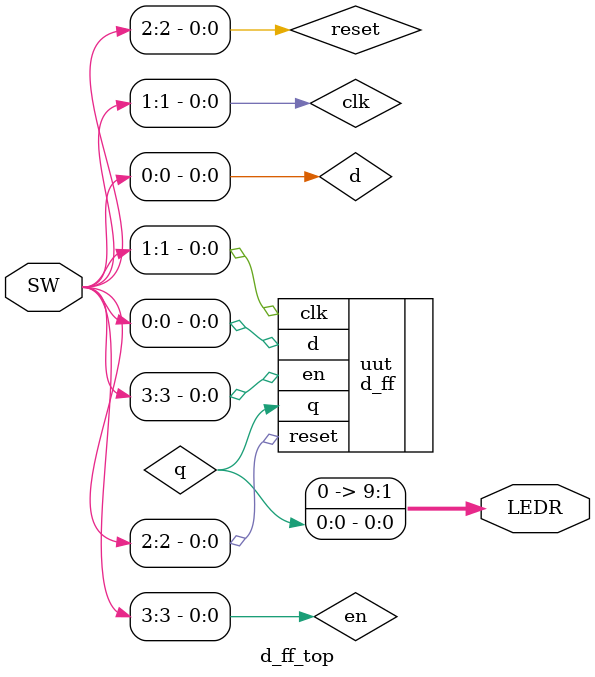
<source format=v>
module d_ff_top (
    input  [9:0] SW,     // SW[0]=D, SW[1]=CLK, SW[2]=RESET, SW[3]=ENABLE
    output [9:0] LEDR    // LEDR[0]=Q
);

wire q;
wire d, clk, reset, en;

assign d     = SW[0];
assign clk   = SW[1];
assign reset = SW[2];
assign en    = SW[3];

d_ff uut (
    .clk(clk),
    .reset(reset),
    .en(en),
    .d(d),
    .q(q)
);
assign LEDR[0] = q;
assign LEDR[9:1] = 9'b0;

endmodule
</source>
